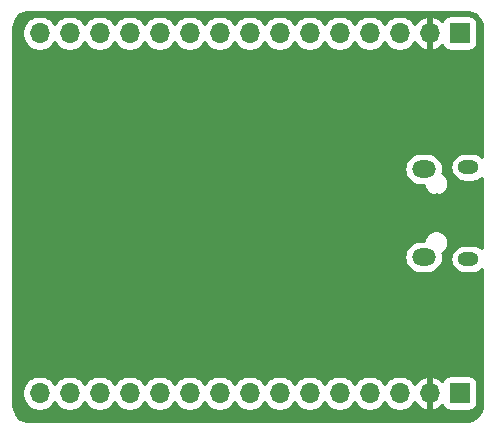
<source format=gbr>
%TF.GenerationSoftware,KiCad,Pcbnew,(5.1.7)-1*%
%TF.CreationDate,2020-11-21T17:56:59+01:00*%
%TF.ProjectId,SimpleTM32,53696d70-6c65-4544-9d33-322e6b696361,rev?*%
%TF.SameCoordinates,Original*%
%TF.FileFunction,Copper,L2,Bot*%
%TF.FilePolarity,Positive*%
%FSLAX46Y46*%
G04 Gerber Fmt 4.6, Leading zero omitted, Abs format (unit mm)*
G04 Created by KiCad (PCBNEW (5.1.7)-1) date 2020-11-21 17:56:59*
%MOMM*%
%LPD*%
G01*
G04 APERTURE LIST*
%TA.AperFunction,ComponentPad*%
%ADD10O,1.700000X1.700000*%
%TD*%
%TA.AperFunction,ComponentPad*%
%ADD11R,1.700000X1.700000*%
%TD*%
%TA.AperFunction,ComponentPad*%
%ADD12O,1.800000X1.150000*%
%TD*%
%TA.AperFunction,ComponentPad*%
%ADD13O,2.000000X1.450000*%
%TD*%
%TA.AperFunction,ViaPad*%
%ADD14C,0.800000*%
%TD*%
%TA.AperFunction,ViaPad*%
%ADD15C,0.700000*%
%TD*%
%TA.AperFunction,Conductor*%
%ADD16C,0.254000*%
%TD*%
%TA.AperFunction,Conductor*%
%ADD17C,0.100000*%
%TD*%
G04 APERTURE END LIST*
D10*
%TO.P,J3,15*%
%TO.N,PA3*%
X55880000Y-60960000D03*
%TO.P,J3,14*%
%TO.N,PA4*%
X58420000Y-60960000D03*
%TO.P,J3,13*%
%TO.N,PA5*%
X60960000Y-60960000D03*
%TO.P,J3,12*%
%TO.N,PA6*%
X63500000Y-60960000D03*
%TO.P,J3,11*%
%TO.N,PA7*%
X66040000Y-60960000D03*
%TO.P,J3,10*%
%TO.N,PB0*%
X68580000Y-60960000D03*
%TO.P,J3,9*%
%TO.N,PB1*%
X71120000Y-60960000D03*
%TO.P,J3,8*%
%TO.N,PB2*%
X73660000Y-60960000D03*
%TO.P,J3,7*%
%TO.N,PB10*%
X76200000Y-60960000D03*
%TO.P,J3,6*%
%TO.N,PB11*%
X78740000Y-60960000D03*
%TO.P,J3,5*%
%TO.N,PA8*%
X81280000Y-60960000D03*
%TO.P,J3,4*%
%TO.N,PA9*%
X83820000Y-60960000D03*
%TO.P,J3,3*%
%TO.N,PA10*%
X86360000Y-60960000D03*
%TO.P,J3,2*%
%TO.N,GND*%
X88900000Y-60960000D03*
D11*
%TO.P,J3,1*%
%TO.N,+3V3*%
X91440000Y-60960000D03*
%TD*%
D10*
%TO.P,J2,15*%
%TO.N,PC15*%
X55880000Y-30480000D03*
%TO.P,J2,14*%
%TO.N,PC14*%
X58420000Y-30480000D03*
%TO.P,J2,13*%
%TO.N,PC13*%
X60960000Y-30480000D03*
%TO.P,J2,12*%
%TO.N,PB9*%
X63500000Y-30480000D03*
%TO.P,J2,11*%
%TO.N,PB8*%
X66040000Y-30480000D03*
%TO.P,J2,10*%
%TO.N,PB7*%
X68580000Y-30480000D03*
%TO.P,J2,9*%
%TO.N,PB6*%
X71120000Y-30480000D03*
%TO.P,J2,8*%
%TO.N,PB5*%
X73660000Y-30480000D03*
%TO.P,J2,7*%
%TO.N,PB4*%
X76200000Y-30480000D03*
%TO.P,J2,6*%
%TO.N,SWO*%
X78740000Y-30480000D03*
%TO.P,J2,5*%
%TO.N,PA15*%
X81280000Y-30480000D03*
%TO.P,J2,4*%
%TO.N,SWCLK*%
X83820000Y-30480000D03*
%TO.P,J2,3*%
%TO.N,SWDIO*%
X86360000Y-30480000D03*
%TO.P,J2,2*%
%TO.N,GND*%
X88900000Y-30480000D03*
D11*
%TO.P,J2,1*%
%TO.N,+3V3*%
X91440000Y-30480000D03*
%TD*%
D12*
%TO.P,J1,6*%
%TO.N,N/C*%
X92200000Y-41845000D03*
X92200000Y-49595000D03*
D13*
X88400000Y-41995000D03*
X88400000Y-49445000D03*
%TD*%
D14*
%TO.N,GND*%
X87190000Y-44420000D03*
D15*
X85125000Y-56200000D03*
X91325000Y-55400000D03*
X84900000Y-53000000D03*
X83225000Y-54375000D03*
D14*
X61150000Y-53175000D03*
D15*
X72350000Y-37800000D03*
X66625000Y-42575000D03*
X67175000Y-38275000D03*
X63225000Y-49525000D03*
X63225000Y-40925000D03*
D14*
X78410000Y-43300000D03*
X69750000Y-42775000D03*
X74250000Y-48625000D03*
X69075000Y-46475000D03*
D15*
X64550000Y-46250000D03*
D14*
X89510000Y-44420000D03*
%TD*%
D16*
%TO.N,GND*%
X92259659Y-28688625D02*
X92509429Y-28764035D01*
X92739792Y-28886522D01*
X92941980Y-29051422D01*
X93108286Y-29252450D01*
X93232378Y-29481954D01*
X93309531Y-29731195D01*
X93340000Y-30021089D01*
X93340000Y-40948545D01*
X93200492Y-40834054D01*
X92990287Y-40721697D01*
X92762201Y-40652508D01*
X92584437Y-40635000D01*
X91815563Y-40635000D01*
X91637799Y-40652508D01*
X91409713Y-40721697D01*
X91199508Y-40834054D01*
X91015261Y-40985261D01*
X90864054Y-41169508D01*
X90751697Y-41379713D01*
X90682508Y-41607799D01*
X90659146Y-41845000D01*
X90682508Y-42082201D01*
X90751697Y-42310287D01*
X90864054Y-42520492D01*
X91015261Y-42704739D01*
X91199508Y-42855946D01*
X91409713Y-42968303D01*
X91637799Y-43037492D01*
X91815563Y-43055000D01*
X92584437Y-43055000D01*
X92762201Y-43037492D01*
X92990287Y-42968303D01*
X93200492Y-42855946D01*
X93340000Y-42741455D01*
X93340001Y-48698545D01*
X93200492Y-48584054D01*
X92990287Y-48471697D01*
X92762201Y-48402508D01*
X92584437Y-48385000D01*
X91815563Y-48385000D01*
X91637799Y-48402508D01*
X91409713Y-48471697D01*
X91199508Y-48584054D01*
X91015261Y-48735261D01*
X90864054Y-48919508D01*
X90751697Y-49129713D01*
X90682508Y-49357799D01*
X90659146Y-49595000D01*
X90682508Y-49832201D01*
X90751697Y-50060287D01*
X90864054Y-50270492D01*
X91015261Y-50454739D01*
X91199508Y-50605946D01*
X91409713Y-50718303D01*
X91637799Y-50787492D01*
X91815563Y-50805000D01*
X92584437Y-50805000D01*
X92762201Y-50787492D01*
X92990287Y-50718303D01*
X93200492Y-50605946D01*
X93340001Y-50491455D01*
X93340001Y-61967711D01*
X93311375Y-62259660D01*
X93235965Y-62509429D01*
X93113477Y-62739794D01*
X92948579Y-62941979D01*
X92747546Y-63108288D01*
X92518046Y-63232378D01*
X92268805Y-63309531D01*
X91978911Y-63340000D01*
X55032279Y-63340000D01*
X54740340Y-63311375D01*
X54490571Y-63235965D01*
X54260206Y-63113477D01*
X54058021Y-62948579D01*
X53891712Y-62747546D01*
X53767622Y-62518046D01*
X53690469Y-62268805D01*
X53660000Y-61978911D01*
X53660000Y-60813740D01*
X54395000Y-60813740D01*
X54395000Y-61106260D01*
X54452068Y-61393158D01*
X54564010Y-61663411D01*
X54726525Y-61906632D01*
X54933368Y-62113475D01*
X55176589Y-62275990D01*
X55446842Y-62387932D01*
X55733740Y-62445000D01*
X56026260Y-62445000D01*
X56313158Y-62387932D01*
X56583411Y-62275990D01*
X56826632Y-62113475D01*
X57033475Y-61906632D01*
X57150000Y-61732240D01*
X57266525Y-61906632D01*
X57473368Y-62113475D01*
X57716589Y-62275990D01*
X57986842Y-62387932D01*
X58273740Y-62445000D01*
X58566260Y-62445000D01*
X58853158Y-62387932D01*
X59123411Y-62275990D01*
X59366632Y-62113475D01*
X59573475Y-61906632D01*
X59690000Y-61732240D01*
X59806525Y-61906632D01*
X60013368Y-62113475D01*
X60256589Y-62275990D01*
X60526842Y-62387932D01*
X60813740Y-62445000D01*
X61106260Y-62445000D01*
X61393158Y-62387932D01*
X61663411Y-62275990D01*
X61906632Y-62113475D01*
X62113475Y-61906632D01*
X62230000Y-61732240D01*
X62346525Y-61906632D01*
X62553368Y-62113475D01*
X62796589Y-62275990D01*
X63066842Y-62387932D01*
X63353740Y-62445000D01*
X63646260Y-62445000D01*
X63933158Y-62387932D01*
X64203411Y-62275990D01*
X64446632Y-62113475D01*
X64653475Y-61906632D01*
X64770000Y-61732240D01*
X64886525Y-61906632D01*
X65093368Y-62113475D01*
X65336589Y-62275990D01*
X65606842Y-62387932D01*
X65893740Y-62445000D01*
X66186260Y-62445000D01*
X66473158Y-62387932D01*
X66743411Y-62275990D01*
X66986632Y-62113475D01*
X67193475Y-61906632D01*
X67310000Y-61732240D01*
X67426525Y-61906632D01*
X67633368Y-62113475D01*
X67876589Y-62275990D01*
X68146842Y-62387932D01*
X68433740Y-62445000D01*
X68726260Y-62445000D01*
X69013158Y-62387932D01*
X69283411Y-62275990D01*
X69526632Y-62113475D01*
X69733475Y-61906632D01*
X69850000Y-61732240D01*
X69966525Y-61906632D01*
X70173368Y-62113475D01*
X70416589Y-62275990D01*
X70686842Y-62387932D01*
X70973740Y-62445000D01*
X71266260Y-62445000D01*
X71553158Y-62387932D01*
X71823411Y-62275990D01*
X72066632Y-62113475D01*
X72273475Y-61906632D01*
X72390000Y-61732240D01*
X72506525Y-61906632D01*
X72713368Y-62113475D01*
X72956589Y-62275990D01*
X73226842Y-62387932D01*
X73513740Y-62445000D01*
X73806260Y-62445000D01*
X74093158Y-62387932D01*
X74363411Y-62275990D01*
X74606632Y-62113475D01*
X74813475Y-61906632D01*
X74930000Y-61732240D01*
X75046525Y-61906632D01*
X75253368Y-62113475D01*
X75496589Y-62275990D01*
X75766842Y-62387932D01*
X76053740Y-62445000D01*
X76346260Y-62445000D01*
X76633158Y-62387932D01*
X76903411Y-62275990D01*
X77146632Y-62113475D01*
X77353475Y-61906632D01*
X77470000Y-61732240D01*
X77586525Y-61906632D01*
X77793368Y-62113475D01*
X78036589Y-62275990D01*
X78306842Y-62387932D01*
X78593740Y-62445000D01*
X78886260Y-62445000D01*
X79173158Y-62387932D01*
X79443411Y-62275990D01*
X79686632Y-62113475D01*
X79893475Y-61906632D01*
X80010000Y-61732240D01*
X80126525Y-61906632D01*
X80333368Y-62113475D01*
X80576589Y-62275990D01*
X80846842Y-62387932D01*
X81133740Y-62445000D01*
X81426260Y-62445000D01*
X81713158Y-62387932D01*
X81983411Y-62275990D01*
X82226632Y-62113475D01*
X82433475Y-61906632D01*
X82550000Y-61732240D01*
X82666525Y-61906632D01*
X82873368Y-62113475D01*
X83116589Y-62275990D01*
X83386842Y-62387932D01*
X83673740Y-62445000D01*
X83966260Y-62445000D01*
X84253158Y-62387932D01*
X84523411Y-62275990D01*
X84766632Y-62113475D01*
X84973475Y-61906632D01*
X85090000Y-61732240D01*
X85206525Y-61906632D01*
X85413368Y-62113475D01*
X85656589Y-62275990D01*
X85926842Y-62387932D01*
X86213740Y-62445000D01*
X86506260Y-62445000D01*
X86793158Y-62387932D01*
X87063411Y-62275990D01*
X87306632Y-62113475D01*
X87513475Y-61906632D01*
X87635195Y-61724466D01*
X87704822Y-61841355D01*
X87899731Y-62057588D01*
X88133080Y-62231641D01*
X88395901Y-62356825D01*
X88543110Y-62401476D01*
X88773000Y-62280155D01*
X88773000Y-61087000D01*
X88753000Y-61087000D01*
X88753000Y-60833000D01*
X88773000Y-60833000D01*
X88773000Y-59639845D01*
X89027000Y-59639845D01*
X89027000Y-60833000D01*
X89047000Y-60833000D01*
X89047000Y-61087000D01*
X89027000Y-61087000D01*
X89027000Y-62280155D01*
X89256890Y-62401476D01*
X89404099Y-62356825D01*
X89666920Y-62231641D01*
X89900269Y-62057588D01*
X89976034Y-61973534D01*
X90000498Y-62054180D01*
X90059463Y-62164494D01*
X90138815Y-62261185D01*
X90235506Y-62340537D01*
X90345820Y-62399502D01*
X90465518Y-62435812D01*
X90590000Y-62448072D01*
X92290000Y-62448072D01*
X92414482Y-62435812D01*
X92534180Y-62399502D01*
X92644494Y-62340537D01*
X92741185Y-62261185D01*
X92820537Y-62164494D01*
X92879502Y-62054180D01*
X92915812Y-61934482D01*
X92928072Y-61810000D01*
X92928072Y-60110000D01*
X92915812Y-59985518D01*
X92879502Y-59865820D01*
X92820537Y-59755506D01*
X92741185Y-59658815D01*
X92644494Y-59579463D01*
X92534180Y-59520498D01*
X92414482Y-59484188D01*
X92290000Y-59471928D01*
X90590000Y-59471928D01*
X90465518Y-59484188D01*
X90345820Y-59520498D01*
X90235506Y-59579463D01*
X90138815Y-59658815D01*
X90059463Y-59755506D01*
X90000498Y-59865820D01*
X89976034Y-59946466D01*
X89900269Y-59862412D01*
X89666920Y-59688359D01*
X89404099Y-59563175D01*
X89256890Y-59518524D01*
X89027000Y-59639845D01*
X88773000Y-59639845D01*
X88543110Y-59518524D01*
X88395901Y-59563175D01*
X88133080Y-59688359D01*
X87899731Y-59862412D01*
X87704822Y-60078645D01*
X87635195Y-60195534D01*
X87513475Y-60013368D01*
X87306632Y-59806525D01*
X87063411Y-59644010D01*
X86793158Y-59532068D01*
X86506260Y-59475000D01*
X86213740Y-59475000D01*
X85926842Y-59532068D01*
X85656589Y-59644010D01*
X85413368Y-59806525D01*
X85206525Y-60013368D01*
X85090000Y-60187760D01*
X84973475Y-60013368D01*
X84766632Y-59806525D01*
X84523411Y-59644010D01*
X84253158Y-59532068D01*
X83966260Y-59475000D01*
X83673740Y-59475000D01*
X83386842Y-59532068D01*
X83116589Y-59644010D01*
X82873368Y-59806525D01*
X82666525Y-60013368D01*
X82550000Y-60187760D01*
X82433475Y-60013368D01*
X82226632Y-59806525D01*
X81983411Y-59644010D01*
X81713158Y-59532068D01*
X81426260Y-59475000D01*
X81133740Y-59475000D01*
X80846842Y-59532068D01*
X80576589Y-59644010D01*
X80333368Y-59806525D01*
X80126525Y-60013368D01*
X80010000Y-60187760D01*
X79893475Y-60013368D01*
X79686632Y-59806525D01*
X79443411Y-59644010D01*
X79173158Y-59532068D01*
X78886260Y-59475000D01*
X78593740Y-59475000D01*
X78306842Y-59532068D01*
X78036589Y-59644010D01*
X77793368Y-59806525D01*
X77586525Y-60013368D01*
X77470000Y-60187760D01*
X77353475Y-60013368D01*
X77146632Y-59806525D01*
X76903411Y-59644010D01*
X76633158Y-59532068D01*
X76346260Y-59475000D01*
X76053740Y-59475000D01*
X75766842Y-59532068D01*
X75496589Y-59644010D01*
X75253368Y-59806525D01*
X75046525Y-60013368D01*
X74930000Y-60187760D01*
X74813475Y-60013368D01*
X74606632Y-59806525D01*
X74363411Y-59644010D01*
X74093158Y-59532068D01*
X73806260Y-59475000D01*
X73513740Y-59475000D01*
X73226842Y-59532068D01*
X72956589Y-59644010D01*
X72713368Y-59806525D01*
X72506525Y-60013368D01*
X72390000Y-60187760D01*
X72273475Y-60013368D01*
X72066632Y-59806525D01*
X71823411Y-59644010D01*
X71553158Y-59532068D01*
X71266260Y-59475000D01*
X70973740Y-59475000D01*
X70686842Y-59532068D01*
X70416589Y-59644010D01*
X70173368Y-59806525D01*
X69966525Y-60013368D01*
X69850000Y-60187760D01*
X69733475Y-60013368D01*
X69526632Y-59806525D01*
X69283411Y-59644010D01*
X69013158Y-59532068D01*
X68726260Y-59475000D01*
X68433740Y-59475000D01*
X68146842Y-59532068D01*
X67876589Y-59644010D01*
X67633368Y-59806525D01*
X67426525Y-60013368D01*
X67310000Y-60187760D01*
X67193475Y-60013368D01*
X66986632Y-59806525D01*
X66743411Y-59644010D01*
X66473158Y-59532068D01*
X66186260Y-59475000D01*
X65893740Y-59475000D01*
X65606842Y-59532068D01*
X65336589Y-59644010D01*
X65093368Y-59806525D01*
X64886525Y-60013368D01*
X64770000Y-60187760D01*
X64653475Y-60013368D01*
X64446632Y-59806525D01*
X64203411Y-59644010D01*
X63933158Y-59532068D01*
X63646260Y-59475000D01*
X63353740Y-59475000D01*
X63066842Y-59532068D01*
X62796589Y-59644010D01*
X62553368Y-59806525D01*
X62346525Y-60013368D01*
X62230000Y-60187760D01*
X62113475Y-60013368D01*
X61906632Y-59806525D01*
X61663411Y-59644010D01*
X61393158Y-59532068D01*
X61106260Y-59475000D01*
X60813740Y-59475000D01*
X60526842Y-59532068D01*
X60256589Y-59644010D01*
X60013368Y-59806525D01*
X59806525Y-60013368D01*
X59690000Y-60187760D01*
X59573475Y-60013368D01*
X59366632Y-59806525D01*
X59123411Y-59644010D01*
X58853158Y-59532068D01*
X58566260Y-59475000D01*
X58273740Y-59475000D01*
X57986842Y-59532068D01*
X57716589Y-59644010D01*
X57473368Y-59806525D01*
X57266525Y-60013368D01*
X57150000Y-60187760D01*
X57033475Y-60013368D01*
X56826632Y-59806525D01*
X56583411Y-59644010D01*
X56313158Y-59532068D01*
X56026260Y-59475000D01*
X55733740Y-59475000D01*
X55446842Y-59532068D01*
X55176589Y-59644010D01*
X54933368Y-59806525D01*
X54726525Y-60013368D01*
X54564010Y-60256589D01*
X54452068Y-60526842D01*
X54395000Y-60813740D01*
X53660000Y-60813740D01*
X53660000Y-49445000D01*
X86758420Y-49445000D01*
X86784678Y-49711607D01*
X86862445Y-49967968D01*
X86988730Y-50204231D01*
X87158682Y-50411318D01*
X87365769Y-50581270D01*
X87602032Y-50707555D01*
X87858393Y-50785322D01*
X88058191Y-50805000D01*
X88741809Y-50805000D01*
X88941607Y-50785322D01*
X89197968Y-50707555D01*
X89434231Y-50581270D01*
X89641318Y-50411318D01*
X89811270Y-50204231D01*
X89937555Y-49967968D01*
X90015322Y-49711607D01*
X90041580Y-49445000D01*
X90015322Y-49178393D01*
X89992282Y-49102442D01*
X90109774Y-49023937D01*
X90253937Y-48879774D01*
X90367205Y-48710256D01*
X90445226Y-48521898D01*
X90485000Y-48321939D01*
X90485000Y-48118061D01*
X90445226Y-47918102D01*
X90367205Y-47729744D01*
X90253937Y-47560226D01*
X90109774Y-47416063D01*
X89940256Y-47302795D01*
X89751898Y-47224774D01*
X89551939Y-47185000D01*
X89348061Y-47185000D01*
X89148102Y-47224774D01*
X88959744Y-47302795D01*
X88790226Y-47416063D01*
X88646063Y-47560226D01*
X88532795Y-47729744D01*
X88454774Y-47918102D01*
X88421576Y-48085000D01*
X88058191Y-48085000D01*
X87858393Y-48104678D01*
X87602032Y-48182445D01*
X87365769Y-48308730D01*
X87158682Y-48478682D01*
X86988730Y-48685769D01*
X86862445Y-48922032D01*
X86784678Y-49178393D01*
X86758420Y-49445000D01*
X53660000Y-49445000D01*
X53660000Y-41995000D01*
X86758420Y-41995000D01*
X86784678Y-42261607D01*
X86862445Y-42517968D01*
X86988730Y-42754231D01*
X87158682Y-42961318D01*
X87365769Y-43131270D01*
X87602032Y-43257555D01*
X87858393Y-43335322D01*
X88058191Y-43355000D01*
X88421576Y-43355000D01*
X88454774Y-43521898D01*
X88532795Y-43710256D01*
X88646063Y-43879774D01*
X88790226Y-44023937D01*
X88959744Y-44137205D01*
X89148102Y-44215226D01*
X89348061Y-44255000D01*
X89551939Y-44255000D01*
X89751898Y-44215226D01*
X89940256Y-44137205D01*
X90109774Y-44023937D01*
X90253937Y-43879774D01*
X90367205Y-43710256D01*
X90445226Y-43521898D01*
X90485000Y-43321939D01*
X90485000Y-43118061D01*
X90445226Y-42918102D01*
X90367205Y-42729744D01*
X90253937Y-42560226D01*
X90109774Y-42416063D01*
X89992282Y-42337558D01*
X90015322Y-42261607D01*
X90041580Y-41995000D01*
X90015322Y-41728393D01*
X89937555Y-41472032D01*
X89811270Y-41235769D01*
X89641318Y-41028682D01*
X89434231Y-40858730D01*
X89197968Y-40732445D01*
X88941607Y-40654678D01*
X88741809Y-40635000D01*
X88058191Y-40635000D01*
X87858393Y-40654678D01*
X87602032Y-40732445D01*
X87365769Y-40858730D01*
X87158682Y-41028682D01*
X86988730Y-41235769D01*
X86862445Y-41472032D01*
X86784678Y-41728393D01*
X86758420Y-41995000D01*
X53660000Y-41995000D01*
X53660000Y-30333740D01*
X54395000Y-30333740D01*
X54395000Y-30626260D01*
X54452068Y-30913158D01*
X54564010Y-31183411D01*
X54726525Y-31426632D01*
X54933368Y-31633475D01*
X55176589Y-31795990D01*
X55446842Y-31907932D01*
X55733740Y-31965000D01*
X56026260Y-31965000D01*
X56313158Y-31907932D01*
X56583411Y-31795990D01*
X56826632Y-31633475D01*
X57033475Y-31426632D01*
X57150000Y-31252240D01*
X57266525Y-31426632D01*
X57473368Y-31633475D01*
X57716589Y-31795990D01*
X57986842Y-31907932D01*
X58273740Y-31965000D01*
X58566260Y-31965000D01*
X58853158Y-31907932D01*
X59123411Y-31795990D01*
X59366632Y-31633475D01*
X59573475Y-31426632D01*
X59690000Y-31252240D01*
X59806525Y-31426632D01*
X60013368Y-31633475D01*
X60256589Y-31795990D01*
X60526842Y-31907932D01*
X60813740Y-31965000D01*
X61106260Y-31965000D01*
X61393158Y-31907932D01*
X61663411Y-31795990D01*
X61906632Y-31633475D01*
X62113475Y-31426632D01*
X62230000Y-31252240D01*
X62346525Y-31426632D01*
X62553368Y-31633475D01*
X62796589Y-31795990D01*
X63066842Y-31907932D01*
X63353740Y-31965000D01*
X63646260Y-31965000D01*
X63933158Y-31907932D01*
X64203411Y-31795990D01*
X64446632Y-31633475D01*
X64653475Y-31426632D01*
X64770000Y-31252240D01*
X64886525Y-31426632D01*
X65093368Y-31633475D01*
X65336589Y-31795990D01*
X65606842Y-31907932D01*
X65893740Y-31965000D01*
X66186260Y-31965000D01*
X66473158Y-31907932D01*
X66743411Y-31795990D01*
X66986632Y-31633475D01*
X67193475Y-31426632D01*
X67310000Y-31252240D01*
X67426525Y-31426632D01*
X67633368Y-31633475D01*
X67876589Y-31795990D01*
X68146842Y-31907932D01*
X68433740Y-31965000D01*
X68726260Y-31965000D01*
X69013158Y-31907932D01*
X69283411Y-31795990D01*
X69526632Y-31633475D01*
X69733475Y-31426632D01*
X69850000Y-31252240D01*
X69966525Y-31426632D01*
X70173368Y-31633475D01*
X70416589Y-31795990D01*
X70686842Y-31907932D01*
X70973740Y-31965000D01*
X71266260Y-31965000D01*
X71553158Y-31907932D01*
X71823411Y-31795990D01*
X72066632Y-31633475D01*
X72273475Y-31426632D01*
X72390000Y-31252240D01*
X72506525Y-31426632D01*
X72713368Y-31633475D01*
X72956589Y-31795990D01*
X73226842Y-31907932D01*
X73513740Y-31965000D01*
X73806260Y-31965000D01*
X74093158Y-31907932D01*
X74363411Y-31795990D01*
X74606632Y-31633475D01*
X74813475Y-31426632D01*
X74930000Y-31252240D01*
X75046525Y-31426632D01*
X75253368Y-31633475D01*
X75496589Y-31795990D01*
X75766842Y-31907932D01*
X76053740Y-31965000D01*
X76346260Y-31965000D01*
X76633158Y-31907932D01*
X76903411Y-31795990D01*
X77146632Y-31633475D01*
X77353475Y-31426632D01*
X77470000Y-31252240D01*
X77586525Y-31426632D01*
X77793368Y-31633475D01*
X78036589Y-31795990D01*
X78306842Y-31907932D01*
X78593740Y-31965000D01*
X78886260Y-31965000D01*
X79173158Y-31907932D01*
X79443411Y-31795990D01*
X79686632Y-31633475D01*
X79893475Y-31426632D01*
X80010000Y-31252240D01*
X80126525Y-31426632D01*
X80333368Y-31633475D01*
X80576589Y-31795990D01*
X80846842Y-31907932D01*
X81133740Y-31965000D01*
X81426260Y-31965000D01*
X81713158Y-31907932D01*
X81983411Y-31795990D01*
X82226632Y-31633475D01*
X82433475Y-31426632D01*
X82550000Y-31252240D01*
X82666525Y-31426632D01*
X82873368Y-31633475D01*
X83116589Y-31795990D01*
X83386842Y-31907932D01*
X83673740Y-31965000D01*
X83966260Y-31965000D01*
X84253158Y-31907932D01*
X84523411Y-31795990D01*
X84766632Y-31633475D01*
X84973475Y-31426632D01*
X85090000Y-31252240D01*
X85206525Y-31426632D01*
X85413368Y-31633475D01*
X85656589Y-31795990D01*
X85926842Y-31907932D01*
X86213740Y-31965000D01*
X86506260Y-31965000D01*
X86793158Y-31907932D01*
X87063411Y-31795990D01*
X87306632Y-31633475D01*
X87513475Y-31426632D01*
X87635195Y-31244466D01*
X87704822Y-31361355D01*
X87899731Y-31577588D01*
X88133080Y-31751641D01*
X88395901Y-31876825D01*
X88543110Y-31921476D01*
X88773000Y-31800155D01*
X88773000Y-30607000D01*
X88753000Y-30607000D01*
X88753000Y-30353000D01*
X88773000Y-30353000D01*
X88773000Y-29159845D01*
X89027000Y-29159845D01*
X89027000Y-30353000D01*
X89047000Y-30353000D01*
X89047000Y-30607000D01*
X89027000Y-30607000D01*
X89027000Y-31800155D01*
X89256890Y-31921476D01*
X89404099Y-31876825D01*
X89666920Y-31751641D01*
X89900269Y-31577588D01*
X89976034Y-31493534D01*
X90000498Y-31574180D01*
X90059463Y-31684494D01*
X90138815Y-31781185D01*
X90235506Y-31860537D01*
X90345820Y-31919502D01*
X90465518Y-31955812D01*
X90590000Y-31968072D01*
X92290000Y-31968072D01*
X92414482Y-31955812D01*
X92534180Y-31919502D01*
X92644494Y-31860537D01*
X92741185Y-31781185D01*
X92820537Y-31684494D01*
X92879502Y-31574180D01*
X92915812Y-31454482D01*
X92928072Y-31330000D01*
X92928072Y-29630000D01*
X92915812Y-29505518D01*
X92879502Y-29385820D01*
X92820537Y-29275506D01*
X92741185Y-29178815D01*
X92644494Y-29099463D01*
X92534180Y-29040498D01*
X92414482Y-29004188D01*
X92290000Y-28991928D01*
X90590000Y-28991928D01*
X90465518Y-29004188D01*
X90345820Y-29040498D01*
X90235506Y-29099463D01*
X90138815Y-29178815D01*
X90059463Y-29275506D01*
X90000498Y-29385820D01*
X89976034Y-29466466D01*
X89900269Y-29382412D01*
X89666920Y-29208359D01*
X89404099Y-29083175D01*
X89256890Y-29038524D01*
X89027000Y-29159845D01*
X88773000Y-29159845D01*
X88543110Y-29038524D01*
X88395901Y-29083175D01*
X88133080Y-29208359D01*
X87899731Y-29382412D01*
X87704822Y-29598645D01*
X87635195Y-29715534D01*
X87513475Y-29533368D01*
X87306632Y-29326525D01*
X87063411Y-29164010D01*
X86793158Y-29052068D01*
X86506260Y-28995000D01*
X86213740Y-28995000D01*
X85926842Y-29052068D01*
X85656589Y-29164010D01*
X85413368Y-29326525D01*
X85206525Y-29533368D01*
X85090000Y-29707760D01*
X84973475Y-29533368D01*
X84766632Y-29326525D01*
X84523411Y-29164010D01*
X84253158Y-29052068D01*
X83966260Y-28995000D01*
X83673740Y-28995000D01*
X83386842Y-29052068D01*
X83116589Y-29164010D01*
X82873368Y-29326525D01*
X82666525Y-29533368D01*
X82550000Y-29707760D01*
X82433475Y-29533368D01*
X82226632Y-29326525D01*
X81983411Y-29164010D01*
X81713158Y-29052068D01*
X81426260Y-28995000D01*
X81133740Y-28995000D01*
X80846842Y-29052068D01*
X80576589Y-29164010D01*
X80333368Y-29326525D01*
X80126525Y-29533368D01*
X80010000Y-29707760D01*
X79893475Y-29533368D01*
X79686632Y-29326525D01*
X79443411Y-29164010D01*
X79173158Y-29052068D01*
X78886260Y-28995000D01*
X78593740Y-28995000D01*
X78306842Y-29052068D01*
X78036589Y-29164010D01*
X77793368Y-29326525D01*
X77586525Y-29533368D01*
X77470000Y-29707760D01*
X77353475Y-29533368D01*
X77146632Y-29326525D01*
X76903411Y-29164010D01*
X76633158Y-29052068D01*
X76346260Y-28995000D01*
X76053740Y-28995000D01*
X75766842Y-29052068D01*
X75496589Y-29164010D01*
X75253368Y-29326525D01*
X75046525Y-29533368D01*
X74930000Y-29707760D01*
X74813475Y-29533368D01*
X74606632Y-29326525D01*
X74363411Y-29164010D01*
X74093158Y-29052068D01*
X73806260Y-28995000D01*
X73513740Y-28995000D01*
X73226842Y-29052068D01*
X72956589Y-29164010D01*
X72713368Y-29326525D01*
X72506525Y-29533368D01*
X72390000Y-29707760D01*
X72273475Y-29533368D01*
X72066632Y-29326525D01*
X71823411Y-29164010D01*
X71553158Y-29052068D01*
X71266260Y-28995000D01*
X70973740Y-28995000D01*
X70686842Y-29052068D01*
X70416589Y-29164010D01*
X70173368Y-29326525D01*
X69966525Y-29533368D01*
X69850000Y-29707760D01*
X69733475Y-29533368D01*
X69526632Y-29326525D01*
X69283411Y-29164010D01*
X69013158Y-29052068D01*
X68726260Y-28995000D01*
X68433740Y-28995000D01*
X68146842Y-29052068D01*
X67876589Y-29164010D01*
X67633368Y-29326525D01*
X67426525Y-29533368D01*
X67310000Y-29707760D01*
X67193475Y-29533368D01*
X66986632Y-29326525D01*
X66743411Y-29164010D01*
X66473158Y-29052068D01*
X66186260Y-28995000D01*
X65893740Y-28995000D01*
X65606842Y-29052068D01*
X65336589Y-29164010D01*
X65093368Y-29326525D01*
X64886525Y-29533368D01*
X64770000Y-29707760D01*
X64653475Y-29533368D01*
X64446632Y-29326525D01*
X64203411Y-29164010D01*
X63933158Y-29052068D01*
X63646260Y-28995000D01*
X63353740Y-28995000D01*
X63066842Y-29052068D01*
X62796589Y-29164010D01*
X62553368Y-29326525D01*
X62346525Y-29533368D01*
X62230000Y-29707760D01*
X62113475Y-29533368D01*
X61906632Y-29326525D01*
X61663411Y-29164010D01*
X61393158Y-29052068D01*
X61106260Y-28995000D01*
X60813740Y-28995000D01*
X60526842Y-29052068D01*
X60256589Y-29164010D01*
X60013368Y-29326525D01*
X59806525Y-29533368D01*
X59690000Y-29707760D01*
X59573475Y-29533368D01*
X59366632Y-29326525D01*
X59123411Y-29164010D01*
X58853158Y-29052068D01*
X58566260Y-28995000D01*
X58273740Y-28995000D01*
X57986842Y-29052068D01*
X57716589Y-29164010D01*
X57473368Y-29326525D01*
X57266525Y-29533368D01*
X57150000Y-29707760D01*
X57033475Y-29533368D01*
X56826632Y-29326525D01*
X56583411Y-29164010D01*
X56313158Y-29052068D01*
X56026260Y-28995000D01*
X55733740Y-28995000D01*
X55446842Y-29052068D01*
X55176589Y-29164010D01*
X54933368Y-29326525D01*
X54726525Y-29533368D01*
X54564010Y-29776589D01*
X54452068Y-30046842D01*
X54395000Y-30333740D01*
X53660000Y-30333740D01*
X53660000Y-30032279D01*
X53688625Y-29740341D01*
X53764035Y-29490571D01*
X53886522Y-29260208D01*
X54051422Y-29058020D01*
X54252450Y-28891714D01*
X54481954Y-28767622D01*
X54731195Y-28690469D01*
X55021088Y-28660000D01*
X91967721Y-28660000D01*
X92259659Y-28688625D01*
%TA.AperFunction,Conductor*%
D17*
G36*
X92259659Y-28688625D02*
G01*
X92509429Y-28764035D01*
X92739792Y-28886522D01*
X92941980Y-29051422D01*
X93108286Y-29252450D01*
X93232378Y-29481954D01*
X93309531Y-29731195D01*
X93340000Y-30021089D01*
X93340000Y-40948545D01*
X93200492Y-40834054D01*
X92990287Y-40721697D01*
X92762201Y-40652508D01*
X92584437Y-40635000D01*
X91815563Y-40635000D01*
X91637799Y-40652508D01*
X91409713Y-40721697D01*
X91199508Y-40834054D01*
X91015261Y-40985261D01*
X90864054Y-41169508D01*
X90751697Y-41379713D01*
X90682508Y-41607799D01*
X90659146Y-41845000D01*
X90682508Y-42082201D01*
X90751697Y-42310287D01*
X90864054Y-42520492D01*
X91015261Y-42704739D01*
X91199508Y-42855946D01*
X91409713Y-42968303D01*
X91637799Y-43037492D01*
X91815563Y-43055000D01*
X92584437Y-43055000D01*
X92762201Y-43037492D01*
X92990287Y-42968303D01*
X93200492Y-42855946D01*
X93340000Y-42741455D01*
X93340001Y-48698545D01*
X93200492Y-48584054D01*
X92990287Y-48471697D01*
X92762201Y-48402508D01*
X92584437Y-48385000D01*
X91815563Y-48385000D01*
X91637799Y-48402508D01*
X91409713Y-48471697D01*
X91199508Y-48584054D01*
X91015261Y-48735261D01*
X90864054Y-48919508D01*
X90751697Y-49129713D01*
X90682508Y-49357799D01*
X90659146Y-49595000D01*
X90682508Y-49832201D01*
X90751697Y-50060287D01*
X90864054Y-50270492D01*
X91015261Y-50454739D01*
X91199508Y-50605946D01*
X91409713Y-50718303D01*
X91637799Y-50787492D01*
X91815563Y-50805000D01*
X92584437Y-50805000D01*
X92762201Y-50787492D01*
X92990287Y-50718303D01*
X93200492Y-50605946D01*
X93340001Y-50491455D01*
X93340001Y-61967711D01*
X93311375Y-62259660D01*
X93235965Y-62509429D01*
X93113477Y-62739794D01*
X92948579Y-62941979D01*
X92747546Y-63108288D01*
X92518046Y-63232378D01*
X92268805Y-63309531D01*
X91978911Y-63340000D01*
X55032279Y-63340000D01*
X54740340Y-63311375D01*
X54490571Y-63235965D01*
X54260206Y-63113477D01*
X54058021Y-62948579D01*
X53891712Y-62747546D01*
X53767622Y-62518046D01*
X53690469Y-62268805D01*
X53660000Y-61978911D01*
X53660000Y-60813740D01*
X54395000Y-60813740D01*
X54395000Y-61106260D01*
X54452068Y-61393158D01*
X54564010Y-61663411D01*
X54726525Y-61906632D01*
X54933368Y-62113475D01*
X55176589Y-62275990D01*
X55446842Y-62387932D01*
X55733740Y-62445000D01*
X56026260Y-62445000D01*
X56313158Y-62387932D01*
X56583411Y-62275990D01*
X56826632Y-62113475D01*
X57033475Y-61906632D01*
X57150000Y-61732240D01*
X57266525Y-61906632D01*
X57473368Y-62113475D01*
X57716589Y-62275990D01*
X57986842Y-62387932D01*
X58273740Y-62445000D01*
X58566260Y-62445000D01*
X58853158Y-62387932D01*
X59123411Y-62275990D01*
X59366632Y-62113475D01*
X59573475Y-61906632D01*
X59690000Y-61732240D01*
X59806525Y-61906632D01*
X60013368Y-62113475D01*
X60256589Y-62275990D01*
X60526842Y-62387932D01*
X60813740Y-62445000D01*
X61106260Y-62445000D01*
X61393158Y-62387932D01*
X61663411Y-62275990D01*
X61906632Y-62113475D01*
X62113475Y-61906632D01*
X62230000Y-61732240D01*
X62346525Y-61906632D01*
X62553368Y-62113475D01*
X62796589Y-62275990D01*
X63066842Y-62387932D01*
X63353740Y-62445000D01*
X63646260Y-62445000D01*
X63933158Y-62387932D01*
X64203411Y-62275990D01*
X64446632Y-62113475D01*
X64653475Y-61906632D01*
X64770000Y-61732240D01*
X64886525Y-61906632D01*
X65093368Y-62113475D01*
X65336589Y-62275990D01*
X65606842Y-62387932D01*
X65893740Y-62445000D01*
X66186260Y-62445000D01*
X66473158Y-62387932D01*
X66743411Y-62275990D01*
X66986632Y-62113475D01*
X67193475Y-61906632D01*
X67310000Y-61732240D01*
X67426525Y-61906632D01*
X67633368Y-62113475D01*
X67876589Y-62275990D01*
X68146842Y-62387932D01*
X68433740Y-62445000D01*
X68726260Y-62445000D01*
X69013158Y-62387932D01*
X69283411Y-62275990D01*
X69526632Y-62113475D01*
X69733475Y-61906632D01*
X69850000Y-61732240D01*
X69966525Y-61906632D01*
X70173368Y-62113475D01*
X70416589Y-62275990D01*
X70686842Y-62387932D01*
X70973740Y-62445000D01*
X71266260Y-62445000D01*
X71553158Y-62387932D01*
X71823411Y-62275990D01*
X72066632Y-62113475D01*
X72273475Y-61906632D01*
X72390000Y-61732240D01*
X72506525Y-61906632D01*
X72713368Y-62113475D01*
X72956589Y-62275990D01*
X73226842Y-62387932D01*
X73513740Y-62445000D01*
X73806260Y-62445000D01*
X74093158Y-62387932D01*
X74363411Y-62275990D01*
X74606632Y-62113475D01*
X74813475Y-61906632D01*
X74930000Y-61732240D01*
X75046525Y-61906632D01*
X75253368Y-62113475D01*
X75496589Y-62275990D01*
X75766842Y-62387932D01*
X76053740Y-62445000D01*
X76346260Y-62445000D01*
X76633158Y-62387932D01*
X76903411Y-62275990D01*
X77146632Y-62113475D01*
X77353475Y-61906632D01*
X77470000Y-61732240D01*
X77586525Y-61906632D01*
X77793368Y-62113475D01*
X78036589Y-62275990D01*
X78306842Y-62387932D01*
X78593740Y-62445000D01*
X78886260Y-62445000D01*
X79173158Y-62387932D01*
X79443411Y-62275990D01*
X79686632Y-62113475D01*
X79893475Y-61906632D01*
X80010000Y-61732240D01*
X80126525Y-61906632D01*
X80333368Y-62113475D01*
X80576589Y-62275990D01*
X80846842Y-62387932D01*
X81133740Y-62445000D01*
X81426260Y-62445000D01*
X81713158Y-62387932D01*
X81983411Y-62275990D01*
X82226632Y-62113475D01*
X82433475Y-61906632D01*
X82550000Y-61732240D01*
X82666525Y-61906632D01*
X82873368Y-62113475D01*
X83116589Y-62275990D01*
X83386842Y-62387932D01*
X83673740Y-62445000D01*
X83966260Y-62445000D01*
X84253158Y-62387932D01*
X84523411Y-62275990D01*
X84766632Y-62113475D01*
X84973475Y-61906632D01*
X85090000Y-61732240D01*
X85206525Y-61906632D01*
X85413368Y-62113475D01*
X85656589Y-62275990D01*
X85926842Y-62387932D01*
X86213740Y-62445000D01*
X86506260Y-62445000D01*
X86793158Y-62387932D01*
X87063411Y-62275990D01*
X87306632Y-62113475D01*
X87513475Y-61906632D01*
X87635195Y-61724466D01*
X87704822Y-61841355D01*
X87899731Y-62057588D01*
X88133080Y-62231641D01*
X88395901Y-62356825D01*
X88543110Y-62401476D01*
X88773000Y-62280155D01*
X88773000Y-61087000D01*
X88753000Y-61087000D01*
X88753000Y-60833000D01*
X88773000Y-60833000D01*
X88773000Y-59639845D01*
X89027000Y-59639845D01*
X89027000Y-60833000D01*
X89047000Y-60833000D01*
X89047000Y-61087000D01*
X89027000Y-61087000D01*
X89027000Y-62280155D01*
X89256890Y-62401476D01*
X89404099Y-62356825D01*
X89666920Y-62231641D01*
X89900269Y-62057588D01*
X89976034Y-61973534D01*
X90000498Y-62054180D01*
X90059463Y-62164494D01*
X90138815Y-62261185D01*
X90235506Y-62340537D01*
X90345820Y-62399502D01*
X90465518Y-62435812D01*
X90590000Y-62448072D01*
X92290000Y-62448072D01*
X92414482Y-62435812D01*
X92534180Y-62399502D01*
X92644494Y-62340537D01*
X92741185Y-62261185D01*
X92820537Y-62164494D01*
X92879502Y-62054180D01*
X92915812Y-61934482D01*
X92928072Y-61810000D01*
X92928072Y-60110000D01*
X92915812Y-59985518D01*
X92879502Y-59865820D01*
X92820537Y-59755506D01*
X92741185Y-59658815D01*
X92644494Y-59579463D01*
X92534180Y-59520498D01*
X92414482Y-59484188D01*
X92290000Y-59471928D01*
X90590000Y-59471928D01*
X90465518Y-59484188D01*
X90345820Y-59520498D01*
X90235506Y-59579463D01*
X90138815Y-59658815D01*
X90059463Y-59755506D01*
X90000498Y-59865820D01*
X89976034Y-59946466D01*
X89900269Y-59862412D01*
X89666920Y-59688359D01*
X89404099Y-59563175D01*
X89256890Y-59518524D01*
X89027000Y-59639845D01*
X88773000Y-59639845D01*
X88543110Y-59518524D01*
X88395901Y-59563175D01*
X88133080Y-59688359D01*
X87899731Y-59862412D01*
X87704822Y-60078645D01*
X87635195Y-60195534D01*
X87513475Y-60013368D01*
X87306632Y-59806525D01*
X87063411Y-59644010D01*
X86793158Y-59532068D01*
X86506260Y-59475000D01*
X86213740Y-59475000D01*
X85926842Y-59532068D01*
X85656589Y-59644010D01*
X85413368Y-59806525D01*
X85206525Y-60013368D01*
X85090000Y-60187760D01*
X84973475Y-60013368D01*
X84766632Y-59806525D01*
X84523411Y-59644010D01*
X84253158Y-59532068D01*
X83966260Y-59475000D01*
X83673740Y-59475000D01*
X83386842Y-59532068D01*
X83116589Y-59644010D01*
X82873368Y-59806525D01*
X82666525Y-60013368D01*
X82550000Y-60187760D01*
X82433475Y-60013368D01*
X82226632Y-59806525D01*
X81983411Y-59644010D01*
X81713158Y-59532068D01*
X81426260Y-59475000D01*
X81133740Y-59475000D01*
X80846842Y-59532068D01*
X80576589Y-59644010D01*
X80333368Y-59806525D01*
X80126525Y-60013368D01*
X80010000Y-60187760D01*
X79893475Y-60013368D01*
X79686632Y-59806525D01*
X79443411Y-59644010D01*
X79173158Y-59532068D01*
X78886260Y-59475000D01*
X78593740Y-59475000D01*
X78306842Y-59532068D01*
X78036589Y-59644010D01*
X77793368Y-59806525D01*
X77586525Y-60013368D01*
X77470000Y-60187760D01*
X77353475Y-60013368D01*
X77146632Y-59806525D01*
X76903411Y-59644010D01*
X76633158Y-59532068D01*
X76346260Y-59475000D01*
X76053740Y-59475000D01*
X75766842Y-59532068D01*
X75496589Y-59644010D01*
X75253368Y-59806525D01*
X75046525Y-60013368D01*
X74930000Y-60187760D01*
X74813475Y-60013368D01*
X74606632Y-59806525D01*
X74363411Y-59644010D01*
X74093158Y-59532068D01*
X73806260Y-59475000D01*
X73513740Y-59475000D01*
X73226842Y-59532068D01*
X72956589Y-59644010D01*
X72713368Y-59806525D01*
X72506525Y-60013368D01*
X72390000Y-60187760D01*
X72273475Y-60013368D01*
X72066632Y-59806525D01*
X71823411Y-59644010D01*
X71553158Y-59532068D01*
X71266260Y-59475000D01*
X70973740Y-59475000D01*
X70686842Y-59532068D01*
X70416589Y-59644010D01*
X70173368Y-59806525D01*
X69966525Y-60013368D01*
X69850000Y-60187760D01*
X69733475Y-60013368D01*
X69526632Y-59806525D01*
X69283411Y-59644010D01*
X69013158Y-59532068D01*
X68726260Y-59475000D01*
X68433740Y-59475000D01*
X68146842Y-59532068D01*
X67876589Y-59644010D01*
X67633368Y-59806525D01*
X67426525Y-60013368D01*
X67310000Y-60187760D01*
X67193475Y-60013368D01*
X66986632Y-59806525D01*
X66743411Y-59644010D01*
X66473158Y-59532068D01*
X66186260Y-59475000D01*
X65893740Y-59475000D01*
X65606842Y-59532068D01*
X65336589Y-59644010D01*
X65093368Y-59806525D01*
X64886525Y-60013368D01*
X64770000Y-60187760D01*
X64653475Y-60013368D01*
X64446632Y-59806525D01*
X64203411Y-59644010D01*
X63933158Y-59532068D01*
X63646260Y-59475000D01*
X63353740Y-59475000D01*
X63066842Y-59532068D01*
X62796589Y-59644010D01*
X62553368Y-59806525D01*
X62346525Y-60013368D01*
X62230000Y-60187760D01*
X62113475Y-60013368D01*
X61906632Y-59806525D01*
X61663411Y-59644010D01*
X61393158Y-59532068D01*
X61106260Y-59475000D01*
X60813740Y-59475000D01*
X60526842Y-59532068D01*
X60256589Y-59644010D01*
X60013368Y-59806525D01*
X59806525Y-60013368D01*
X59690000Y-60187760D01*
X59573475Y-60013368D01*
X59366632Y-59806525D01*
X59123411Y-59644010D01*
X58853158Y-59532068D01*
X58566260Y-59475000D01*
X58273740Y-59475000D01*
X57986842Y-59532068D01*
X57716589Y-59644010D01*
X57473368Y-59806525D01*
X57266525Y-60013368D01*
X57150000Y-60187760D01*
X57033475Y-60013368D01*
X56826632Y-59806525D01*
X56583411Y-59644010D01*
X56313158Y-59532068D01*
X56026260Y-59475000D01*
X55733740Y-59475000D01*
X55446842Y-59532068D01*
X55176589Y-59644010D01*
X54933368Y-59806525D01*
X54726525Y-60013368D01*
X54564010Y-60256589D01*
X54452068Y-60526842D01*
X54395000Y-60813740D01*
X53660000Y-60813740D01*
X53660000Y-49445000D01*
X86758420Y-49445000D01*
X86784678Y-49711607D01*
X86862445Y-49967968D01*
X86988730Y-50204231D01*
X87158682Y-50411318D01*
X87365769Y-50581270D01*
X87602032Y-50707555D01*
X87858393Y-50785322D01*
X88058191Y-50805000D01*
X88741809Y-50805000D01*
X88941607Y-50785322D01*
X89197968Y-50707555D01*
X89434231Y-50581270D01*
X89641318Y-50411318D01*
X89811270Y-50204231D01*
X89937555Y-49967968D01*
X90015322Y-49711607D01*
X90041580Y-49445000D01*
X90015322Y-49178393D01*
X89992282Y-49102442D01*
X90109774Y-49023937D01*
X90253937Y-48879774D01*
X90367205Y-48710256D01*
X90445226Y-48521898D01*
X90485000Y-48321939D01*
X90485000Y-48118061D01*
X90445226Y-47918102D01*
X90367205Y-47729744D01*
X90253937Y-47560226D01*
X90109774Y-47416063D01*
X89940256Y-47302795D01*
X89751898Y-47224774D01*
X89551939Y-47185000D01*
X89348061Y-47185000D01*
X89148102Y-47224774D01*
X88959744Y-47302795D01*
X88790226Y-47416063D01*
X88646063Y-47560226D01*
X88532795Y-47729744D01*
X88454774Y-47918102D01*
X88421576Y-48085000D01*
X88058191Y-48085000D01*
X87858393Y-48104678D01*
X87602032Y-48182445D01*
X87365769Y-48308730D01*
X87158682Y-48478682D01*
X86988730Y-48685769D01*
X86862445Y-48922032D01*
X86784678Y-49178393D01*
X86758420Y-49445000D01*
X53660000Y-49445000D01*
X53660000Y-41995000D01*
X86758420Y-41995000D01*
X86784678Y-42261607D01*
X86862445Y-42517968D01*
X86988730Y-42754231D01*
X87158682Y-42961318D01*
X87365769Y-43131270D01*
X87602032Y-43257555D01*
X87858393Y-43335322D01*
X88058191Y-43355000D01*
X88421576Y-43355000D01*
X88454774Y-43521898D01*
X88532795Y-43710256D01*
X88646063Y-43879774D01*
X88790226Y-44023937D01*
X88959744Y-44137205D01*
X89148102Y-44215226D01*
X89348061Y-44255000D01*
X89551939Y-44255000D01*
X89751898Y-44215226D01*
X89940256Y-44137205D01*
X90109774Y-44023937D01*
X90253937Y-43879774D01*
X90367205Y-43710256D01*
X90445226Y-43521898D01*
X90485000Y-43321939D01*
X90485000Y-43118061D01*
X90445226Y-42918102D01*
X90367205Y-42729744D01*
X90253937Y-42560226D01*
X90109774Y-42416063D01*
X89992282Y-42337558D01*
X90015322Y-42261607D01*
X90041580Y-41995000D01*
X90015322Y-41728393D01*
X89937555Y-41472032D01*
X89811270Y-41235769D01*
X89641318Y-41028682D01*
X89434231Y-40858730D01*
X89197968Y-40732445D01*
X88941607Y-40654678D01*
X88741809Y-40635000D01*
X88058191Y-40635000D01*
X87858393Y-40654678D01*
X87602032Y-40732445D01*
X87365769Y-40858730D01*
X87158682Y-41028682D01*
X86988730Y-41235769D01*
X86862445Y-41472032D01*
X86784678Y-41728393D01*
X86758420Y-41995000D01*
X53660000Y-41995000D01*
X53660000Y-30333740D01*
X54395000Y-30333740D01*
X54395000Y-30626260D01*
X54452068Y-30913158D01*
X54564010Y-31183411D01*
X54726525Y-31426632D01*
X54933368Y-31633475D01*
X55176589Y-31795990D01*
X55446842Y-31907932D01*
X55733740Y-31965000D01*
X56026260Y-31965000D01*
X56313158Y-31907932D01*
X56583411Y-31795990D01*
X56826632Y-31633475D01*
X57033475Y-31426632D01*
X57150000Y-31252240D01*
X57266525Y-31426632D01*
X57473368Y-31633475D01*
X57716589Y-31795990D01*
X57986842Y-31907932D01*
X58273740Y-31965000D01*
X58566260Y-31965000D01*
X58853158Y-31907932D01*
X59123411Y-31795990D01*
X59366632Y-31633475D01*
X59573475Y-31426632D01*
X59690000Y-31252240D01*
X59806525Y-31426632D01*
X60013368Y-31633475D01*
X60256589Y-31795990D01*
X60526842Y-31907932D01*
X60813740Y-31965000D01*
X61106260Y-31965000D01*
X61393158Y-31907932D01*
X61663411Y-31795990D01*
X61906632Y-31633475D01*
X62113475Y-31426632D01*
X62230000Y-31252240D01*
X62346525Y-31426632D01*
X62553368Y-31633475D01*
X62796589Y-31795990D01*
X63066842Y-31907932D01*
X63353740Y-31965000D01*
X63646260Y-31965000D01*
X63933158Y-31907932D01*
X64203411Y-31795990D01*
X64446632Y-31633475D01*
X64653475Y-31426632D01*
X64770000Y-31252240D01*
X64886525Y-31426632D01*
X65093368Y-31633475D01*
X65336589Y-31795990D01*
X65606842Y-31907932D01*
X65893740Y-31965000D01*
X66186260Y-31965000D01*
X66473158Y-31907932D01*
X66743411Y-31795990D01*
X66986632Y-31633475D01*
X67193475Y-31426632D01*
X67310000Y-31252240D01*
X67426525Y-31426632D01*
X67633368Y-31633475D01*
X67876589Y-31795990D01*
X68146842Y-31907932D01*
X68433740Y-31965000D01*
X68726260Y-31965000D01*
X69013158Y-31907932D01*
X69283411Y-31795990D01*
X69526632Y-31633475D01*
X69733475Y-31426632D01*
X69850000Y-31252240D01*
X69966525Y-31426632D01*
X70173368Y-31633475D01*
X70416589Y-31795990D01*
X70686842Y-31907932D01*
X70973740Y-31965000D01*
X71266260Y-31965000D01*
X71553158Y-31907932D01*
X71823411Y-31795990D01*
X72066632Y-31633475D01*
X72273475Y-31426632D01*
X72390000Y-31252240D01*
X72506525Y-31426632D01*
X72713368Y-31633475D01*
X72956589Y-31795990D01*
X73226842Y-31907932D01*
X73513740Y-31965000D01*
X73806260Y-31965000D01*
X74093158Y-31907932D01*
X74363411Y-31795990D01*
X74606632Y-31633475D01*
X74813475Y-31426632D01*
X74930000Y-31252240D01*
X75046525Y-31426632D01*
X75253368Y-31633475D01*
X75496589Y-31795990D01*
X75766842Y-31907932D01*
X76053740Y-31965000D01*
X76346260Y-31965000D01*
X76633158Y-31907932D01*
X76903411Y-31795990D01*
X77146632Y-31633475D01*
X77353475Y-31426632D01*
X77470000Y-31252240D01*
X77586525Y-31426632D01*
X77793368Y-31633475D01*
X78036589Y-31795990D01*
X78306842Y-31907932D01*
X78593740Y-31965000D01*
X78886260Y-31965000D01*
X79173158Y-31907932D01*
X79443411Y-31795990D01*
X79686632Y-31633475D01*
X79893475Y-31426632D01*
X80010000Y-31252240D01*
X80126525Y-31426632D01*
X80333368Y-31633475D01*
X80576589Y-31795990D01*
X80846842Y-31907932D01*
X81133740Y-31965000D01*
X81426260Y-31965000D01*
X81713158Y-31907932D01*
X81983411Y-31795990D01*
X82226632Y-31633475D01*
X82433475Y-31426632D01*
X82550000Y-31252240D01*
X82666525Y-31426632D01*
X82873368Y-31633475D01*
X83116589Y-31795990D01*
X83386842Y-31907932D01*
X83673740Y-31965000D01*
X83966260Y-31965000D01*
X84253158Y-31907932D01*
X84523411Y-31795990D01*
X84766632Y-31633475D01*
X84973475Y-31426632D01*
X85090000Y-31252240D01*
X85206525Y-31426632D01*
X85413368Y-31633475D01*
X85656589Y-31795990D01*
X85926842Y-31907932D01*
X86213740Y-31965000D01*
X86506260Y-31965000D01*
X86793158Y-31907932D01*
X87063411Y-31795990D01*
X87306632Y-31633475D01*
X87513475Y-31426632D01*
X87635195Y-31244466D01*
X87704822Y-31361355D01*
X87899731Y-31577588D01*
X88133080Y-31751641D01*
X88395901Y-31876825D01*
X88543110Y-31921476D01*
X88773000Y-31800155D01*
X88773000Y-30607000D01*
X88753000Y-30607000D01*
X88753000Y-30353000D01*
X88773000Y-30353000D01*
X88773000Y-29159845D01*
X89027000Y-29159845D01*
X89027000Y-30353000D01*
X89047000Y-30353000D01*
X89047000Y-30607000D01*
X89027000Y-30607000D01*
X89027000Y-31800155D01*
X89256890Y-31921476D01*
X89404099Y-31876825D01*
X89666920Y-31751641D01*
X89900269Y-31577588D01*
X89976034Y-31493534D01*
X90000498Y-31574180D01*
X90059463Y-31684494D01*
X90138815Y-31781185D01*
X90235506Y-31860537D01*
X90345820Y-31919502D01*
X90465518Y-31955812D01*
X90590000Y-31968072D01*
X92290000Y-31968072D01*
X92414482Y-31955812D01*
X92534180Y-31919502D01*
X92644494Y-31860537D01*
X92741185Y-31781185D01*
X92820537Y-31684494D01*
X92879502Y-31574180D01*
X92915812Y-31454482D01*
X92928072Y-31330000D01*
X92928072Y-29630000D01*
X92915812Y-29505518D01*
X92879502Y-29385820D01*
X92820537Y-29275506D01*
X92741185Y-29178815D01*
X92644494Y-29099463D01*
X92534180Y-29040498D01*
X92414482Y-29004188D01*
X92290000Y-28991928D01*
X90590000Y-28991928D01*
X90465518Y-29004188D01*
X90345820Y-29040498D01*
X90235506Y-29099463D01*
X90138815Y-29178815D01*
X90059463Y-29275506D01*
X90000498Y-29385820D01*
X89976034Y-29466466D01*
X89900269Y-29382412D01*
X89666920Y-29208359D01*
X89404099Y-29083175D01*
X89256890Y-29038524D01*
X89027000Y-29159845D01*
X88773000Y-29159845D01*
X88543110Y-29038524D01*
X88395901Y-29083175D01*
X88133080Y-29208359D01*
X87899731Y-29382412D01*
X87704822Y-29598645D01*
X87635195Y-29715534D01*
X87513475Y-29533368D01*
X87306632Y-29326525D01*
X87063411Y-29164010D01*
X86793158Y-29052068D01*
X86506260Y-28995000D01*
X86213740Y-28995000D01*
X85926842Y-29052068D01*
X85656589Y-29164010D01*
X85413368Y-29326525D01*
X85206525Y-29533368D01*
X85090000Y-29707760D01*
X84973475Y-29533368D01*
X84766632Y-29326525D01*
X84523411Y-29164010D01*
X84253158Y-29052068D01*
X83966260Y-28995000D01*
X83673740Y-28995000D01*
X83386842Y-29052068D01*
X83116589Y-29164010D01*
X82873368Y-29326525D01*
X82666525Y-29533368D01*
X82550000Y-29707760D01*
X82433475Y-29533368D01*
X82226632Y-29326525D01*
X81983411Y-29164010D01*
X81713158Y-29052068D01*
X81426260Y-28995000D01*
X81133740Y-28995000D01*
X80846842Y-29052068D01*
X80576589Y-29164010D01*
X80333368Y-29326525D01*
X80126525Y-29533368D01*
X80010000Y-29707760D01*
X79893475Y-29533368D01*
X79686632Y-29326525D01*
X79443411Y-29164010D01*
X79173158Y-29052068D01*
X78886260Y-28995000D01*
X78593740Y-28995000D01*
X78306842Y-29052068D01*
X78036589Y-29164010D01*
X77793368Y-29326525D01*
X77586525Y-29533368D01*
X77470000Y-29707760D01*
X77353475Y-29533368D01*
X77146632Y-29326525D01*
X76903411Y-29164010D01*
X76633158Y-29052068D01*
X76346260Y-28995000D01*
X76053740Y-28995000D01*
X75766842Y-29052068D01*
X75496589Y-29164010D01*
X75253368Y-29326525D01*
X75046525Y-29533368D01*
X74930000Y-29707760D01*
X74813475Y-29533368D01*
X74606632Y-29326525D01*
X74363411Y-29164010D01*
X74093158Y-29052068D01*
X73806260Y-28995000D01*
X73513740Y-28995000D01*
X73226842Y-29052068D01*
X72956589Y-29164010D01*
X72713368Y-29326525D01*
X72506525Y-29533368D01*
X72390000Y-29707760D01*
X72273475Y-29533368D01*
X72066632Y-29326525D01*
X71823411Y-29164010D01*
X71553158Y-29052068D01*
X71266260Y-28995000D01*
X70973740Y-28995000D01*
X70686842Y-29052068D01*
X70416589Y-29164010D01*
X70173368Y-29326525D01*
X69966525Y-29533368D01*
X69850000Y-29707760D01*
X69733475Y-29533368D01*
X69526632Y-29326525D01*
X69283411Y-29164010D01*
X69013158Y-29052068D01*
X68726260Y-28995000D01*
X68433740Y-28995000D01*
X68146842Y-29052068D01*
X67876589Y-29164010D01*
X67633368Y-29326525D01*
X67426525Y-29533368D01*
X67310000Y-29707760D01*
X67193475Y-29533368D01*
X66986632Y-29326525D01*
X66743411Y-29164010D01*
X66473158Y-29052068D01*
X66186260Y-28995000D01*
X65893740Y-28995000D01*
X65606842Y-29052068D01*
X65336589Y-29164010D01*
X65093368Y-29326525D01*
X64886525Y-29533368D01*
X64770000Y-29707760D01*
X64653475Y-29533368D01*
X64446632Y-29326525D01*
X64203411Y-29164010D01*
X63933158Y-29052068D01*
X63646260Y-28995000D01*
X63353740Y-28995000D01*
X63066842Y-29052068D01*
X62796589Y-29164010D01*
X62553368Y-29326525D01*
X62346525Y-29533368D01*
X62230000Y-29707760D01*
X62113475Y-29533368D01*
X61906632Y-29326525D01*
X61663411Y-29164010D01*
X61393158Y-29052068D01*
X61106260Y-28995000D01*
X60813740Y-28995000D01*
X60526842Y-29052068D01*
X60256589Y-29164010D01*
X60013368Y-29326525D01*
X59806525Y-29533368D01*
X59690000Y-29707760D01*
X59573475Y-29533368D01*
X59366632Y-29326525D01*
X59123411Y-29164010D01*
X58853158Y-29052068D01*
X58566260Y-28995000D01*
X58273740Y-28995000D01*
X57986842Y-29052068D01*
X57716589Y-29164010D01*
X57473368Y-29326525D01*
X57266525Y-29533368D01*
X57150000Y-29707760D01*
X57033475Y-29533368D01*
X56826632Y-29326525D01*
X56583411Y-29164010D01*
X56313158Y-29052068D01*
X56026260Y-28995000D01*
X55733740Y-28995000D01*
X55446842Y-29052068D01*
X55176589Y-29164010D01*
X54933368Y-29326525D01*
X54726525Y-29533368D01*
X54564010Y-29776589D01*
X54452068Y-30046842D01*
X54395000Y-30333740D01*
X53660000Y-30333740D01*
X53660000Y-30032279D01*
X53688625Y-29740341D01*
X53764035Y-29490571D01*
X53886522Y-29260208D01*
X54051422Y-29058020D01*
X54252450Y-28891714D01*
X54481954Y-28767622D01*
X54731195Y-28690469D01*
X55021088Y-28660000D01*
X91967721Y-28660000D01*
X92259659Y-28688625D01*
G37*
%TD.AperFunction*%
%TD*%
M02*

</source>
